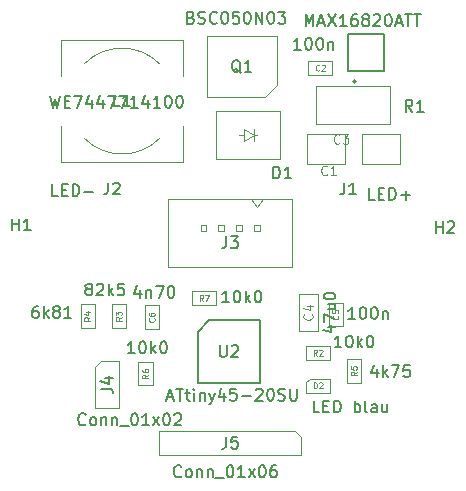
<source format=gbr>
%TF.GenerationSoftware,KiCad,Pcbnew,5.1.6+dfsg1-1*%
%TF.CreationDate,2021-02-01T07:44:42+01:00*%
%TF.ProjectId,buck_3a_v4,6275636b-5f33-4615-9f76-342e6b696361,rev?*%
%TF.SameCoordinates,Original*%
%TF.FileFunction,Other,Fab,Top*%
%FSLAX46Y46*%
G04 Gerber Fmt 4.6, Leading zero omitted, Abs format (unit mm)*
G04 Created by KiCad (PCBNEW 5.1.6+dfsg1-1) date 2021-02-01 07:44:42*
%MOMM*%
%LPD*%
G01*
G04 APERTURE LIST*
%ADD10C,0.100000*%
%ADD11C,0.200000*%
%ADD12C,0.127000*%
%ADD13C,0.150000*%
%ADD14C,0.120000*%
%ADD15C,0.080000*%
G04 APERTURE END LIST*
D10*
%TO.C,C4*%
X57446000Y-59000000D02*
X55846000Y-59000000D01*
X55846000Y-59000000D02*
X55846000Y-55800000D01*
X55846000Y-55800000D02*
X57446000Y-55800000D01*
X57446000Y-55800000D02*
X57446000Y-59000000D01*
D11*
%TO.C,U1*%
X60650000Y-37845000D02*
G75*
G03*
X60650000Y-37845000I-100000J0D01*
G01*
D12*
X59950000Y-36950000D02*
X59950000Y-33850000D01*
X63050000Y-36950000D02*
X63050000Y-33850000D01*
X59950000Y-36950000D02*
X63050000Y-36950000D01*
X59950000Y-33850000D02*
X63050000Y-33850000D01*
D10*
%TO.C,C3*%
X64350000Y-42300000D02*
X64350000Y-44800000D01*
X64350000Y-44800000D02*
X61150000Y-44800000D01*
X61150000Y-44800000D02*
X61150000Y-42300000D01*
X61150000Y-42300000D02*
X64350000Y-42300000D01*
%TO.C,C1*%
X56550000Y-44800000D02*
X56550000Y-42300000D01*
X56550000Y-42300000D02*
X59750000Y-42300000D01*
X59750000Y-42300000D02*
X59750000Y-44800000D01*
X59750000Y-44800000D02*
X56550000Y-44800000D01*
%TO.C,D1*%
X54225000Y-44425000D02*
X48775000Y-44425000D01*
X48775000Y-44425000D02*
X48775000Y-40375000D01*
X48775000Y-40375000D02*
X54225000Y-40375000D01*
X54225000Y-40375000D02*
X54225000Y-44425000D01*
X52300000Y-42400000D02*
X52000000Y-42400000D01*
X52000000Y-42400000D02*
X52000000Y-42900000D01*
X52000000Y-42400000D02*
X52000000Y-41900000D01*
X52000000Y-42400000D02*
X51200000Y-41900000D01*
X51200000Y-41900000D02*
X51200000Y-42900000D01*
X51200000Y-42900000D02*
X52000000Y-42400000D01*
X51200000Y-42400000D02*
X50800000Y-42400000D01*
%TO.C,L1*%
X35650000Y-44700000D02*
X46050000Y-44700000D01*
X35650000Y-34300000D02*
X46050000Y-34300000D01*
X35650000Y-44700000D02*
X35650000Y-41600000D01*
X46050000Y-44700000D02*
X46050000Y-41600000D01*
X35650000Y-34300000D02*
X35650000Y-37400000D01*
X46050000Y-34300000D02*
X46050000Y-37400000D01*
X44020000Y-36330000D02*
G75*
G03*
X37680000Y-36330000I-3170000J-3170000D01*
G01*
X37680000Y-42670000D02*
G75*
G03*
X44020000Y-42670000I3170000J3170000D01*
G01*
%TO.C,C6*%
X44000000Y-56800000D02*
X44000000Y-58800000D01*
X42800000Y-56800000D02*
X44000000Y-56800000D01*
X42800000Y-58800000D02*
X42800000Y-56800000D01*
X44000000Y-58800000D02*
X42800000Y-58800000D01*
%TO.C,J3*%
X55250000Y-47750000D02*
X44750000Y-47750000D01*
X55250000Y-53550000D02*
X44750000Y-53550000D01*
X55250000Y-47750000D02*
X55250000Y-53550000D01*
X44750000Y-47750000D02*
X44750000Y-53550000D01*
X52500000Y-50500000D02*
X52500000Y-50000000D01*
X52500000Y-50000000D02*
X52000000Y-50000000D01*
X52000000Y-50000000D02*
X52000000Y-50500000D01*
X52000000Y-50500000D02*
X52500000Y-50500000D01*
X51000000Y-50500000D02*
X51000000Y-50000000D01*
X51000000Y-50000000D02*
X50500000Y-50000000D01*
X50500000Y-50000000D02*
X50500000Y-50500000D01*
X50500000Y-50500000D02*
X51000000Y-50500000D01*
X49500000Y-50500000D02*
X49500000Y-50000000D01*
X49500000Y-50000000D02*
X49000000Y-50000000D01*
X49000000Y-50000000D02*
X49000000Y-50500000D01*
X49000000Y-50500000D02*
X49500000Y-50500000D01*
X48000000Y-50500000D02*
X48000000Y-50000000D01*
X48000000Y-50000000D02*
X47500000Y-50000000D01*
X47500000Y-50000000D02*
X47500000Y-50500000D01*
X47500000Y-50500000D02*
X48000000Y-50500000D01*
X52750000Y-47750000D02*
X52250000Y-48457107D01*
X52250000Y-48457107D02*
X51750000Y-47750000D01*
%TO.C,J5*%
X55996000Y-67966000D02*
X55996000Y-69466000D01*
X55996000Y-69466000D02*
X43996000Y-69466000D01*
X43996000Y-69466000D02*
X43996000Y-67466000D01*
X43996000Y-67466000D02*
X55496000Y-67466000D01*
X55496000Y-67466000D02*
X55996000Y-67966000D01*
%TO.C,J4*%
X39096000Y-61516000D02*
X40596000Y-61516000D01*
X40596000Y-61516000D02*
X40596000Y-65516000D01*
X40596000Y-65516000D02*
X38596000Y-65516000D01*
X38596000Y-65516000D02*
X38596000Y-62016000D01*
X38596000Y-62016000D02*
X39096000Y-61516000D01*
D13*
%TO.C,U2*%
X48246000Y-58066000D02*
X52546000Y-58066000D01*
X52546000Y-58066000D02*
X52546000Y-63366000D01*
X52546000Y-63366000D02*
X47246000Y-63366000D01*
X47246000Y-63366000D02*
X47246000Y-59066000D01*
X47246000Y-59066000D02*
X48246000Y-58066000D01*
D10*
%TO.C,R7*%
X46800000Y-56800000D02*
X46800000Y-55600000D01*
X46800000Y-55600000D02*
X48800000Y-55600000D01*
X48800000Y-55600000D02*
X48800000Y-56800000D01*
X48800000Y-56800000D02*
X46800000Y-56800000D01*
%TO.C,R6*%
X43446000Y-63578500D02*
X42246000Y-63578500D01*
X42246000Y-63578500D02*
X42246000Y-61578500D01*
X42246000Y-61578500D02*
X43446000Y-61578500D01*
X43446000Y-61578500D02*
X43446000Y-63578500D01*
%TO.C,R5*%
X61100000Y-63337500D02*
X59900000Y-63337500D01*
X59900000Y-63337500D02*
X59900000Y-61337500D01*
X59900000Y-61337500D02*
X61100000Y-61337500D01*
X61100000Y-61337500D02*
X61100000Y-63337500D01*
%TO.C,R4*%
X38546000Y-58716000D02*
X37346000Y-58716000D01*
X37346000Y-58716000D02*
X37346000Y-56716000D01*
X37346000Y-56716000D02*
X38546000Y-56716000D01*
X38546000Y-56716000D02*
X38546000Y-58716000D01*
%TO.C,R3*%
X39996000Y-56716000D02*
X41196000Y-56716000D01*
X41196000Y-56716000D02*
X41196000Y-58716000D01*
X41196000Y-58716000D02*
X39996000Y-58716000D01*
X39996000Y-58716000D02*
X39996000Y-56716000D01*
%TO.C,R2*%
X58446000Y-60216000D02*
X58446000Y-61416000D01*
X58446000Y-61416000D02*
X56446000Y-61416000D01*
X56446000Y-61416000D02*
X56446000Y-60216000D01*
X56446000Y-60216000D02*
X58446000Y-60216000D01*
%TO.C,R1*%
X63550000Y-38250000D02*
X63550000Y-41450000D01*
X63550000Y-41450000D02*
X57250000Y-41450000D01*
X57250000Y-41450000D02*
X57250000Y-38250000D01*
X57250000Y-38250000D02*
X63550000Y-38250000D01*
%TO.C,Q1*%
X52950000Y-39151000D02*
X48050000Y-39151000D01*
X53950000Y-34001000D02*
X53950000Y-38151000D01*
X48050000Y-34001000D02*
X53950000Y-34001000D01*
X48050000Y-39151000D02*
X48050000Y-34001000D01*
X52950000Y-39151000D02*
X53950000Y-38151000D01*
%TO.C,D2*%
X58437500Y-63000000D02*
X56737500Y-63000000D01*
X56737500Y-63000000D02*
X56437500Y-63300000D01*
X56437500Y-63300000D02*
X56437500Y-64200000D01*
X56437500Y-64200000D02*
X58437500Y-64200000D01*
X58437500Y-64200000D02*
X58437500Y-63000000D01*
%TO.C,C5*%
X59546000Y-58578500D02*
X58346000Y-58578500D01*
X58346000Y-58578500D02*
X58346000Y-56578500D01*
X58346000Y-56578500D02*
X59546000Y-56578500D01*
X59546000Y-56578500D02*
X59546000Y-58578500D01*
%TO.C,C2*%
X58637500Y-36100000D02*
X58637500Y-37300000D01*
X58637500Y-37300000D02*
X56637500Y-37300000D01*
X56637500Y-37300000D02*
X56637500Y-36100000D01*
X56637500Y-36100000D02*
X58637500Y-36100000D01*
%TD*%
%TO.C,C4*%
D13*
X58251714Y-58614285D02*
X58918380Y-58614285D01*
X57870761Y-58852380D02*
X58585047Y-59090476D01*
X58585047Y-58471428D01*
X57918380Y-58185714D02*
X57918380Y-57519047D01*
X58918380Y-57947619D01*
X58251714Y-56709523D02*
X58918380Y-56709523D01*
X58251714Y-57138095D02*
X58775523Y-57138095D01*
X58870761Y-57090476D01*
X58918380Y-56995238D01*
X58918380Y-56852380D01*
X58870761Y-56757142D01*
X58823142Y-56709523D01*
X57918380Y-56042857D02*
X57918380Y-55947619D01*
X57966000Y-55852380D01*
X58013619Y-55804761D01*
X58108857Y-55757142D01*
X58299333Y-55709523D01*
X58537428Y-55709523D01*
X58727904Y-55757142D01*
X58823142Y-55804761D01*
X58870761Y-55852380D01*
X58918380Y-55947619D01*
X58918380Y-56042857D01*
X58870761Y-56138095D01*
X58823142Y-56185714D01*
X58727904Y-56233333D01*
X58537428Y-56280952D01*
X58299333Y-56280952D01*
X58108857Y-56233333D01*
X58013619Y-56185714D01*
X57966000Y-56138095D01*
X57918380Y-56042857D01*
D14*
X56931714Y-57533333D02*
X56969809Y-57571428D01*
X57007904Y-57685714D01*
X57007904Y-57761904D01*
X56969809Y-57876190D01*
X56893619Y-57952380D01*
X56817428Y-57990476D01*
X56665047Y-58028571D01*
X56550761Y-58028571D01*
X56398380Y-57990476D01*
X56322190Y-57952380D01*
X56246000Y-57876190D01*
X56207904Y-57761904D01*
X56207904Y-57685714D01*
X56246000Y-57571428D01*
X56284095Y-57533333D01*
X56474571Y-56847619D02*
X57007904Y-56847619D01*
X56169809Y-57038095D02*
X56741238Y-57228571D01*
X56741238Y-56733333D01*
%TO.C,U1*%
D13*
X56390476Y-33152380D02*
X56390476Y-32152380D01*
X56723809Y-32866666D01*
X57057142Y-32152380D01*
X57057142Y-33152380D01*
X57485714Y-32866666D02*
X57961904Y-32866666D01*
X57390476Y-33152380D02*
X57723809Y-32152380D01*
X58057142Y-33152380D01*
X58295238Y-32152380D02*
X58961904Y-33152380D01*
X58961904Y-32152380D02*
X58295238Y-33152380D01*
X59866666Y-33152380D02*
X59295238Y-33152380D01*
X59580952Y-33152380D02*
X59580952Y-32152380D01*
X59485714Y-32295238D01*
X59390476Y-32390476D01*
X59295238Y-32438095D01*
X60723809Y-32152380D02*
X60533333Y-32152380D01*
X60438095Y-32200000D01*
X60390476Y-32247619D01*
X60295238Y-32390476D01*
X60247619Y-32580952D01*
X60247619Y-32961904D01*
X60295238Y-33057142D01*
X60342857Y-33104761D01*
X60438095Y-33152380D01*
X60628571Y-33152380D01*
X60723809Y-33104761D01*
X60771428Y-33057142D01*
X60819047Y-32961904D01*
X60819047Y-32723809D01*
X60771428Y-32628571D01*
X60723809Y-32580952D01*
X60628571Y-32533333D01*
X60438095Y-32533333D01*
X60342857Y-32580952D01*
X60295238Y-32628571D01*
X60247619Y-32723809D01*
X61390476Y-32580952D02*
X61295238Y-32533333D01*
X61247619Y-32485714D01*
X61199999Y-32390476D01*
X61199999Y-32342857D01*
X61247619Y-32247619D01*
X61295238Y-32200000D01*
X61390476Y-32152380D01*
X61580952Y-32152380D01*
X61676190Y-32200000D01*
X61723809Y-32247619D01*
X61771428Y-32342857D01*
X61771428Y-32390476D01*
X61723809Y-32485714D01*
X61676190Y-32533333D01*
X61580952Y-32580952D01*
X61390476Y-32580952D01*
X61295238Y-32628571D01*
X61247619Y-32676190D01*
X61199999Y-32771428D01*
X61199999Y-32961904D01*
X61247619Y-33057142D01*
X61295238Y-33104761D01*
X61390476Y-33152380D01*
X61580952Y-33152380D01*
X61676190Y-33104761D01*
X61723809Y-33057142D01*
X61771428Y-32961904D01*
X61771428Y-32771428D01*
X61723809Y-32676190D01*
X61676190Y-32628571D01*
X61580952Y-32580952D01*
X62152380Y-32247619D02*
X62199999Y-32200000D01*
X62295238Y-32152380D01*
X62533333Y-32152380D01*
X62628571Y-32200000D01*
X62676190Y-32247619D01*
X62723809Y-32342857D01*
X62723809Y-32438095D01*
X62676190Y-32580952D01*
X62104761Y-33152380D01*
X62723809Y-33152380D01*
X63342857Y-32152380D02*
X63438095Y-32152380D01*
X63533333Y-32200000D01*
X63580952Y-32247619D01*
X63628571Y-32342857D01*
X63676190Y-32533333D01*
X63676190Y-32771428D01*
X63628571Y-32961904D01*
X63580952Y-33057142D01*
X63533333Y-33104761D01*
X63438095Y-33152380D01*
X63342857Y-33152380D01*
X63247619Y-33104761D01*
X63199999Y-33057142D01*
X63152380Y-32961904D01*
X63104761Y-32771428D01*
X63104761Y-32533333D01*
X63152380Y-32342857D01*
X63199999Y-32247619D01*
X63247619Y-32200000D01*
X63342857Y-32152380D01*
X64057142Y-32866666D02*
X64533333Y-32866666D01*
X63961904Y-33152380D02*
X64295238Y-32152380D01*
X64628571Y-33152380D01*
X64819047Y-32152380D02*
X65390476Y-32152380D01*
X65104761Y-33152380D02*
X65104761Y-32152380D01*
X65580952Y-32152380D02*
X66152380Y-32152380D01*
X65866666Y-33152380D02*
X65866666Y-32152380D01*
%TO.C,C3*%
D14*
X59266666Y-43035714D02*
X59228571Y-43073809D01*
X59114285Y-43111904D01*
X59038095Y-43111904D01*
X58923809Y-43073809D01*
X58847619Y-42997619D01*
X58809523Y-42921428D01*
X58771428Y-42769047D01*
X58771428Y-42654761D01*
X58809523Y-42502380D01*
X58847619Y-42426190D01*
X58923809Y-42350000D01*
X59038095Y-42311904D01*
X59114285Y-42311904D01*
X59228571Y-42350000D01*
X59266666Y-42388095D01*
X59533333Y-42311904D02*
X60028571Y-42311904D01*
X59761904Y-42616666D01*
X59876190Y-42616666D01*
X59952380Y-42654761D01*
X59990476Y-42692857D01*
X60028571Y-42769047D01*
X60028571Y-42959523D01*
X59990476Y-43035714D01*
X59952380Y-43073809D01*
X59876190Y-43111904D01*
X59647619Y-43111904D01*
X59571428Y-43073809D01*
X59533333Y-43035714D01*
%TO.C,C1*%
X58216666Y-45685714D02*
X58178571Y-45723809D01*
X58064285Y-45761904D01*
X57988095Y-45761904D01*
X57873809Y-45723809D01*
X57797619Y-45647619D01*
X57759523Y-45571428D01*
X57721428Y-45419047D01*
X57721428Y-45304761D01*
X57759523Y-45152380D01*
X57797619Y-45076190D01*
X57873809Y-45000000D01*
X57988095Y-44961904D01*
X58064285Y-44961904D01*
X58178571Y-45000000D01*
X58216666Y-45038095D01*
X58978571Y-45761904D02*
X58521428Y-45761904D01*
X58750000Y-45761904D02*
X58750000Y-44961904D01*
X58673809Y-45076190D01*
X58597619Y-45152380D01*
X58521428Y-45190476D01*
%TO.C,D1*%
D13*
X53661904Y-46052380D02*
X53661904Y-45052380D01*
X53900000Y-45052380D01*
X54042857Y-45100000D01*
X54138095Y-45195238D01*
X54185714Y-45290476D01*
X54233333Y-45480952D01*
X54233333Y-45623809D01*
X54185714Y-45814285D01*
X54138095Y-45909523D01*
X54042857Y-46004761D01*
X53900000Y-46052380D01*
X53661904Y-46052380D01*
X55185714Y-46052380D02*
X54614285Y-46052380D01*
X54900000Y-46052380D02*
X54900000Y-45052380D01*
X54804761Y-45195238D01*
X54709523Y-45290476D01*
X54614285Y-45338095D01*
%TO.C,L1*%
X34757142Y-39052380D02*
X34995238Y-40052380D01*
X35185714Y-39338095D01*
X35376190Y-40052380D01*
X35614285Y-39052380D01*
X35995238Y-39528571D02*
X36328571Y-39528571D01*
X36471428Y-40052380D02*
X35995238Y-40052380D01*
X35995238Y-39052380D01*
X36471428Y-39052380D01*
X36804761Y-39052380D02*
X37471428Y-39052380D01*
X37042857Y-40052380D01*
X38280952Y-39385714D02*
X38280952Y-40052380D01*
X38042857Y-39004761D02*
X37804761Y-39719047D01*
X38423809Y-39719047D01*
X39233333Y-39385714D02*
X39233333Y-40052380D01*
X38995238Y-39004761D02*
X38757142Y-39719047D01*
X39376190Y-39719047D01*
X39661904Y-39052380D02*
X40328571Y-39052380D01*
X39900000Y-40052380D01*
X40614285Y-39052380D02*
X41280952Y-39052380D01*
X40852380Y-40052380D01*
X42185714Y-40052380D02*
X41614285Y-40052380D01*
X41900000Y-40052380D02*
X41900000Y-39052380D01*
X41804761Y-39195238D01*
X41709523Y-39290476D01*
X41614285Y-39338095D01*
X43042857Y-39385714D02*
X43042857Y-40052380D01*
X42804761Y-39004761D02*
X42566666Y-39719047D01*
X43185714Y-39719047D01*
X44090476Y-40052380D02*
X43519047Y-40052380D01*
X43804761Y-40052380D02*
X43804761Y-39052380D01*
X43709523Y-39195238D01*
X43614285Y-39290476D01*
X43519047Y-39338095D01*
X44709523Y-39052380D02*
X44804761Y-39052380D01*
X44900000Y-39100000D01*
X44947619Y-39147619D01*
X44995238Y-39242857D01*
X45042857Y-39433333D01*
X45042857Y-39671428D01*
X44995238Y-39861904D01*
X44947619Y-39957142D01*
X44900000Y-40004761D01*
X44804761Y-40052380D01*
X44709523Y-40052380D01*
X44614285Y-40004761D01*
X44566666Y-39957142D01*
X44519047Y-39861904D01*
X44471428Y-39671428D01*
X44471428Y-39433333D01*
X44519047Y-39242857D01*
X44566666Y-39147619D01*
X44614285Y-39100000D01*
X44709523Y-39052380D01*
X45661904Y-39052380D02*
X45757142Y-39052380D01*
X45852380Y-39100000D01*
X45900000Y-39147619D01*
X45947619Y-39242857D01*
X45995238Y-39433333D01*
X45995238Y-39671428D01*
X45947619Y-39861904D01*
X45900000Y-39957142D01*
X45852380Y-40004761D01*
X45757142Y-40052380D01*
X45661904Y-40052380D01*
X45566666Y-40004761D01*
X45519047Y-39957142D01*
X45471428Y-39861904D01*
X45423809Y-39671428D01*
X45423809Y-39433333D01*
X45471428Y-39242857D01*
X45519047Y-39147619D01*
X45566666Y-39100000D01*
X45661904Y-39052380D01*
X40683333Y-39952380D02*
X40207142Y-39952380D01*
X40207142Y-38952380D01*
X41540476Y-39952380D02*
X40969047Y-39952380D01*
X41254761Y-39952380D02*
X41254761Y-38952380D01*
X41159523Y-39095238D01*
X41064285Y-39190476D01*
X40969047Y-39238095D01*
%TO.C,C6*%
X42385714Y-55485714D02*
X42385714Y-56152380D01*
X42147619Y-55104761D02*
X41909523Y-55819047D01*
X42528571Y-55819047D01*
X42909523Y-55485714D02*
X42909523Y-56152380D01*
X42909523Y-55580952D02*
X42957142Y-55533333D01*
X43052380Y-55485714D01*
X43195238Y-55485714D01*
X43290476Y-55533333D01*
X43338095Y-55628571D01*
X43338095Y-56152380D01*
X43719047Y-55152380D02*
X44385714Y-55152380D01*
X43957142Y-56152380D01*
X44957142Y-55152380D02*
X45052380Y-55152380D01*
X45147619Y-55200000D01*
X45195238Y-55247619D01*
X45242857Y-55342857D01*
X45290476Y-55533333D01*
X45290476Y-55771428D01*
X45242857Y-55961904D01*
X45195238Y-56057142D01*
X45147619Y-56104761D01*
X45052380Y-56152380D01*
X44957142Y-56152380D01*
X44861904Y-56104761D01*
X44814285Y-56057142D01*
X44766666Y-55961904D01*
X44719047Y-55771428D01*
X44719047Y-55533333D01*
X44766666Y-55342857D01*
X44814285Y-55247619D01*
X44861904Y-55200000D01*
X44957142Y-55152380D01*
D15*
X43578571Y-57883333D02*
X43602380Y-57907142D01*
X43626190Y-57978571D01*
X43626190Y-58026190D01*
X43602380Y-58097619D01*
X43554761Y-58145238D01*
X43507142Y-58169047D01*
X43411904Y-58192857D01*
X43340476Y-58192857D01*
X43245238Y-58169047D01*
X43197619Y-58145238D01*
X43150000Y-58097619D01*
X43126190Y-58026190D01*
X43126190Y-57978571D01*
X43150000Y-57907142D01*
X43173809Y-57883333D01*
X43126190Y-57454761D02*
X43126190Y-57550000D01*
X43150000Y-57597619D01*
X43173809Y-57621428D01*
X43245238Y-57669047D01*
X43340476Y-57692857D01*
X43530952Y-57692857D01*
X43578571Y-57669047D01*
X43602380Y-57645238D01*
X43626190Y-57597619D01*
X43626190Y-57502380D01*
X43602380Y-57454761D01*
X43578571Y-57430952D01*
X43530952Y-57407142D01*
X43411904Y-57407142D01*
X43364285Y-57430952D01*
X43340476Y-57454761D01*
X43316666Y-57502380D01*
X43316666Y-57597619D01*
X43340476Y-57645238D01*
X43364285Y-57669047D01*
X43411904Y-57692857D01*
%TO.C,J1*%
D13*
X62238095Y-47852380D02*
X61761904Y-47852380D01*
X61761904Y-46852380D01*
X62571428Y-47328571D02*
X62904761Y-47328571D01*
X63047619Y-47852380D02*
X62571428Y-47852380D01*
X62571428Y-46852380D01*
X63047619Y-46852380D01*
X63476190Y-47852380D02*
X63476190Y-46852380D01*
X63714285Y-46852380D01*
X63857142Y-46900000D01*
X63952380Y-46995238D01*
X64000000Y-47090476D01*
X64047619Y-47280952D01*
X64047619Y-47423809D01*
X64000000Y-47614285D01*
X63952380Y-47709523D01*
X63857142Y-47804761D01*
X63714285Y-47852380D01*
X63476190Y-47852380D01*
X64476190Y-47471428D02*
X65238095Y-47471428D01*
X64857142Y-47852380D02*
X64857142Y-47090476D01*
X59666666Y-46402380D02*
X59666666Y-47116666D01*
X59619047Y-47259523D01*
X59523809Y-47354761D01*
X59380952Y-47402380D01*
X59285714Y-47402380D01*
X60666666Y-47402380D02*
X60095238Y-47402380D01*
X60380952Y-47402380D02*
X60380952Y-46402380D01*
X60285714Y-46545238D01*
X60190476Y-46640476D01*
X60095238Y-46688095D01*
%TO.C,J2*%
X35438095Y-47552380D02*
X34961904Y-47552380D01*
X34961904Y-46552380D01*
X35771428Y-47028571D02*
X36104761Y-47028571D01*
X36247619Y-47552380D02*
X35771428Y-47552380D01*
X35771428Y-46552380D01*
X36247619Y-46552380D01*
X36676190Y-47552380D02*
X36676190Y-46552380D01*
X36914285Y-46552380D01*
X37057142Y-46600000D01*
X37152380Y-46695238D01*
X37200000Y-46790476D01*
X37247619Y-46980952D01*
X37247619Y-47123809D01*
X37200000Y-47314285D01*
X37152380Y-47409523D01*
X37057142Y-47504761D01*
X36914285Y-47552380D01*
X36676190Y-47552380D01*
X37676190Y-47171428D02*
X38438095Y-47171428D01*
X39666666Y-46402380D02*
X39666666Y-47116666D01*
X39619047Y-47259523D01*
X39523809Y-47354761D01*
X39380952Y-47402380D01*
X39285714Y-47402380D01*
X40095238Y-46497619D02*
X40142857Y-46450000D01*
X40238095Y-46402380D01*
X40476190Y-46402380D01*
X40571428Y-46450000D01*
X40619047Y-46497619D01*
X40666666Y-46592857D01*
X40666666Y-46688095D01*
X40619047Y-46830952D01*
X40047619Y-47402380D01*
X40666666Y-47402380D01*
%TO.C,H2*%
X67420095Y-50668380D02*
X67420095Y-49668380D01*
X67420095Y-50144571D02*
X67991523Y-50144571D01*
X67991523Y-50668380D02*
X67991523Y-49668380D01*
X68420095Y-49763619D02*
X68467714Y-49716000D01*
X68562952Y-49668380D01*
X68801047Y-49668380D01*
X68896285Y-49716000D01*
X68943904Y-49763619D01*
X68991523Y-49858857D01*
X68991523Y-49954095D01*
X68943904Y-50096952D01*
X68372476Y-50668380D01*
X68991523Y-50668380D01*
%TO.C,H1*%
X31538095Y-50452380D02*
X31538095Y-49452380D01*
X31538095Y-49928571D02*
X32109523Y-49928571D01*
X32109523Y-50452380D02*
X32109523Y-49452380D01*
X33109523Y-50452380D02*
X32538095Y-50452380D01*
X32823809Y-50452380D02*
X32823809Y-49452380D01*
X32728571Y-49595238D01*
X32633333Y-49690476D01*
X32538095Y-49738095D01*
%TO.C,J3*%
X49666666Y-50952380D02*
X49666666Y-51666666D01*
X49619047Y-51809523D01*
X49523809Y-51904761D01*
X49380952Y-51952380D01*
X49285714Y-51952380D01*
X50047619Y-50952380D02*
X50666666Y-50952380D01*
X50333333Y-51333333D01*
X50476190Y-51333333D01*
X50571428Y-51380952D01*
X50619047Y-51428571D01*
X50666666Y-51523809D01*
X50666666Y-51761904D01*
X50619047Y-51857142D01*
X50571428Y-51904761D01*
X50476190Y-51952380D01*
X50190476Y-51952380D01*
X50095238Y-51904761D01*
X50047619Y-51857142D01*
%TO.C,J5*%
X45861904Y-71257142D02*
X45814285Y-71304761D01*
X45671428Y-71352380D01*
X45576190Y-71352380D01*
X45433333Y-71304761D01*
X45338095Y-71209523D01*
X45290476Y-71114285D01*
X45242857Y-70923809D01*
X45242857Y-70780952D01*
X45290476Y-70590476D01*
X45338095Y-70495238D01*
X45433333Y-70400000D01*
X45576190Y-70352380D01*
X45671428Y-70352380D01*
X45814285Y-70400000D01*
X45861904Y-70447619D01*
X46433333Y-71352380D02*
X46338095Y-71304761D01*
X46290476Y-71257142D01*
X46242857Y-71161904D01*
X46242857Y-70876190D01*
X46290476Y-70780952D01*
X46338095Y-70733333D01*
X46433333Y-70685714D01*
X46576190Y-70685714D01*
X46671428Y-70733333D01*
X46719047Y-70780952D01*
X46766666Y-70876190D01*
X46766666Y-71161904D01*
X46719047Y-71257142D01*
X46671428Y-71304761D01*
X46576190Y-71352380D01*
X46433333Y-71352380D01*
X47195238Y-70685714D02*
X47195238Y-71352380D01*
X47195238Y-70780952D02*
X47242857Y-70733333D01*
X47338095Y-70685714D01*
X47480952Y-70685714D01*
X47576190Y-70733333D01*
X47623809Y-70828571D01*
X47623809Y-71352380D01*
X48100000Y-70685714D02*
X48100000Y-71352380D01*
X48100000Y-70780952D02*
X48147619Y-70733333D01*
X48242857Y-70685714D01*
X48385714Y-70685714D01*
X48480952Y-70733333D01*
X48528571Y-70828571D01*
X48528571Y-71352380D01*
X48766666Y-71447619D02*
X49528571Y-71447619D01*
X49957142Y-70352380D02*
X50052380Y-70352380D01*
X50147619Y-70400000D01*
X50195238Y-70447619D01*
X50242857Y-70542857D01*
X50290476Y-70733333D01*
X50290476Y-70971428D01*
X50242857Y-71161904D01*
X50195238Y-71257142D01*
X50147619Y-71304761D01*
X50052380Y-71352380D01*
X49957142Y-71352380D01*
X49861904Y-71304761D01*
X49814285Y-71257142D01*
X49766666Y-71161904D01*
X49719047Y-70971428D01*
X49719047Y-70733333D01*
X49766666Y-70542857D01*
X49814285Y-70447619D01*
X49861904Y-70400000D01*
X49957142Y-70352380D01*
X51242857Y-71352380D02*
X50671428Y-71352380D01*
X50957142Y-71352380D02*
X50957142Y-70352380D01*
X50861904Y-70495238D01*
X50766666Y-70590476D01*
X50671428Y-70638095D01*
X51576190Y-71352380D02*
X52100000Y-70685714D01*
X51576190Y-70685714D02*
X52100000Y-71352380D01*
X52671428Y-70352380D02*
X52766666Y-70352380D01*
X52861904Y-70400000D01*
X52909523Y-70447619D01*
X52957142Y-70542857D01*
X53004761Y-70733333D01*
X53004761Y-70971428D01*
X52957142Y-71161904D01*
X52909523Y-71257142D01*
X52861904Y-71304761D01*
X52766666Y-71352380D01*
X52671428Y-71352380D01*
X52576190Y-71304761D01*
X52528571Y-71257142D01*
X52480952Y-71161904D01*
X52433333Y-70971428D01*
X52433333Y-70733333D01*
X52480952Y-70542857D01*
X52528571Y-70447619D01*
X52576190Y-70400000D01*
X52671428Y-70352380D01*
X53861904Y-70352380D02*
X53671428Y-70352380D01*
X53576190Y-70400000D01*
X53528571Y-70447619D01*
X53433333Y-70590476D01*
X53385714Y-70780952D01*
X53385714Y-71161904D01*
X53433333Y-71257142D01*
X53480952Y-71304761D01*
X53576190Y-71352380D01*
X53766666Y-71352380D01*
X53861904Y-71304761D01*
X53909523Y-71257142D01*
X53957142Y-71161904D01*
X53957142Y-70923809D01*
X53909523Y-70828571D01*
X53861904Y-70780952D01*
X53766666Y-70733333D01*
X53576190Y-70733333D01*
X53480952Y-70780952D01*
X53433333Y-70828571D01*
X53385714Y-70923809D01*
X49662666Y-67918380D02*
X49662666Y-68632666D01*
X49615047Y-68775523D01*
X49519809Y-68870761D01*
X49376952Y-68918380D01*
X49281714Y-68918380D01*
X50615047Y-67918380D02*
X50138857Y-67918380D01*
X50091238Y-68394571D01*
X50138857Y-68346952D01*
X50234095Y-68299333D01*
X50472190Y-68299333D01*
X50567428Y-68346952D01*
X50615047Y-68394571D01*
X50662666Y-68489809D01*
X50662666Y-68727904D01*
X50615047Y-68823142D01*
X50567428Y-68870761D01*
X50472190Y-68918380D01*
X50234095Y-68918380D01*
X50138857Y-68870761D01*
X50091238Y-68823142D01*
%TO.C,J4*%
X37761904Y-66857142D02*
X37714285Y-66904761D01*
X37571428Y-66952380D01*
X37476190Y-66952380D01*
X37333333Y-66904761D01*
X37238095Y-66809523D01*
X37190476Y-66714285D01*
X37142857Y-66523809D01*
X37142857Y-66380952D01*
X37190476Y-66190476D01*
X37238095Y-66095238D01*
X37333333Y-66000000D01*
X37476190Y-65952380D01*
X37571428Y-65952380D01*
X37714285Y-66000000D01*
X37761904Y-66047619D01*
X38333333Y-66952380D02*
X38238095Y-66904761D01*
X38190476Y-66857142D01*
X38142857Y-66761904D01*
X38142857Y-66476190D01*
X38190476Y-66380952D01*
X38238095Y-66333333D01*
X38333333Y-66285714D01*
X38476190Y-66285714D01*
X38571428Y-66333333D01*
X38619047Y-66380952D01*
X38666666Y-66476190D01*
X38666666Y-66761904D01*
X38619047Y-66857142D01*
X38571428Y-66904761D01*
X38476190Y-66952380D01*
X38333333Y-66952380D01*
X39095238Y-66285714D02*
X39095238Y-66952380D01*
X39095238Y-66380952D02*
X39142857Y-66333333D01*
X39238095Y-66285714D01*
X39380952Y-66285714D01*
X39476190Y-66333333D01*
X39523809Y-66428571D01*
X39523809Y-66952380D01*
X40000000Y-66285714D02*
X40000000Y-66952380D01*
X40000000Y-66380952D02*
X40047619Y-66333333D01*
X40142857Y-66285714D01*
X40285714Y-66285714D01*
X40380952Y-66333333D01*
X40428571Y-66428571D01*
X40428571Y-66952380D01*
X40666666Y-67047619D02*
X41428571Y-67047619D01*
X41857142Y-65952380D02*
X41952380Y-65952380D01*
X42047619Y-66000000D01*
X42095238Y-66047619D01*
X42142857Y-66142857D01*
X42190476Y-66333333D01*
X42190476Y-66571428D01*
X42142857Y-66761904D01*
X42095238Y-66857142D01*
X42047619Y-66904761D01*
X41952380Y-66952380D01*
X41857142Y-66952380D01*
X41761904Y-66904761D01*
X41714285Y-66857142D01*
X41666666Y-66761904D01*
X41619047Y-66571428D01*
X41619047Y-66333333D01*
X41666666Y-66142857D01*
X41714285Y-66047619D01*
X41761904Y-66000000D01*
X41857142Y-65952380D01*
X43142857Y-66952380D02*
X42571428Y-66952380D01*
X42857142Y-66952380D02*
X42857142Y-65952380D01*
X42761904Y-66095238D01*
X42666666Y-66190476D01*
X42571428Y-66238095D01*
X43476190Y-66952380D02*
X44000000Y-66285714D01*
X43476190Y-66285714D02*
X44000000Y-66952380D01*
X44571428Y-65952380D02*
X44666666Y-65952380D01*
X44761904Y-66000000D01*
X44809523Y-66047619D01*
X44857142Y-66142857D01*
X44904761Y-66333333D01*
X44904761Y-66571428D01*
X44857142Y-66761904D01*
X44809523Y-66857142D01*
X44761904Y-66904761D01*
X44666666Y-66952380D01*
X44571428Y-66952380D01*
X44476190Y-66904761D01*
X44428571Y-66857142D01*
X44380952Y-66761904D01*
X44333333Y-66571428D01*
X44333333Y-66333333D01*
X44380952Y-66142857D01*
X44428571Y-66047619D01*
X44476190Y-66000000D01*
X44571428Y-65952380D01*
X45285714Y-66047619D02*
X45333333Y-66000000D01*
X45428571Y-65952380D01*
X45666666Y-65952380D01*
X45761904Y-66000000D01*
X45809523Y-66047619D01*
X45857142Y-66142857D01*
X45857142Y-66238095D01*
X45809523Y-66380952D01*
X45238095Y-66952380D01*
X45857142Y-66952380D01*
X39048380Y-63849333D02*
X39762666Y-63849333D01*
X39905523Y-63896952D01*
X40000761Y-63992190D01*
X40048380Y-64135047D01*
X40048380Y-64230285D01*
X39381714Y-62944571D02*
X40048380Y-62944571D01*
X39000761Y-63182666D02*
X39715047Y-63420761D01*
X39715047Y-62801714D01*
%TO.C,U2*%
X44700000Y-64566666D02*
X45176190Y-64566666D01*
X44604761Y-64852380D02*
X44938095Y-63852380D01*
X45271428Y-64852380D01*
X45461904Y-63852380D02*
X46033333Y-63852380D01*
X45747619Y-64852380D02*
X45747619Y-63852380D01*
X46223809Y-64185714D02*
X46604761Y-64185714D01*
X46366666Y-63852380D02*
X46366666Y-64709523D01*
X46414285Y-64804761D01*
X46509523Y-64852380D01*
X46604761Y-64852380D01*
X46938095Y-64852380D02*
X46938095Y-64185714D01*
X46938095Y-63852380D02*
X46890476Y-63900000D01*
X46938095Y-63947619D01*
X46985714Y-63900000D01*
X46938095Y-63852380D01*
X46938095Y-63947619D01*
X47414285Y-64185714D02*
X47414285Y-64852380D01*
X47414285Y-64280952D02*
X47461904Y-64233333D01*
X47557142Y-64185714D01*
X47700000Y-64185714D01*
X47795238Y-64233333D01*
X47842857Y-64328571D01*
X47842857Y-64852380D01*
X48223809Y-64185714D02*
X48461904Y-64852380D01*
X48699999Y-64185714D02*
X48461904Y-64852380D01*
X48366666Y-65090476D01*
X48319047Y-65138095D01*
X48223809Y-65185714D01*
X49509523Y-64185714D02*
X49509523Y-64852380D01*
X49271428Y-63804761D02*
X49033333Y-64519047D01*
X49652380Y-64519047D01*
X50509523Y-63852380D02*
X50033333Y-63852380D01*
X49985714Y-64328571D01*
X50033333Y-64280952D01*
X50128571Y-64233333D01*
X50366666Y-64233333D01*
X50461904Y-64280952D01*
X50509523Y-64328571D01*
X50557142Y-64423809D01*
X50557142Y-64661904D01*
X50509523Y-64757142D01*
X50461904Y-64804761D01*
X50366666Y-64852380D01*
X50128571Y-64852380D01*
X50033333Y-64804761D01*
X49985714Y-64757142D01*
X50985714Y-64471428D02*
X51747619Y-64471428D01*
X52176190Y-63947619D02*
X52223809Y-63900000D01*
X52319047Y-63852380D01*
X52557142Y-63852380D01*
X52652380Y-63900000D01*
X52700000Y-63947619D01*
X52747619Y-64042857D01*
X52747619Y-64138095D01*
X52700000Y-64280952D01*
X52128571Y-64852380D01*
X52747619Y-64852380D01*
X53366666Y-63852380D02*
X53461904Y-63852380D01*
X53557142Y-63900000D01*
X53604761Y-63947619D01*
X53652380Y-64042857D01*
X53699999Y-64233333D01*
X53699999Y-64471428D01*
X53652380Y-64661904D01*
X53604761Y-64757142D01*
X53557142Y-64804761D01*
X53461904Y-64852380D01*
X53366666Y-64852380D01*
X53271428Y-64804761D01*
X53223809Y-64757142D01*
X53176190Y-64661904D01*
X53128571Y-64471428D01*
X53128571Y-64233333D01*
X53176190Y-64042857D01*
X53223809Y-63947619D01*
X53271428Y-63900000D01*
X53366666Y-63852380D01*
X54080952Y-64804761D02*
X54223809Y-64852380D01*
X54461904Y-64852380D01*
X54557142Y-64804761D01*
X54604761Y-64757142D01*
X54652380Y-64661904D01*
X54652380Y-64566666D01*
X54604761Y-64471428D01*
X54557142Y-64423809D01*
X54461904Y-64376190D01*
X54271428Y-64328571D01*
X54176190Y-64280952D01*
X54128571Y-64233333D01*
X54080952Y-64138095D01*
X54080952Y-64042857D01*
X54128571Y-63947619D01*
X54176190Y-63900000D01*
X54271428Y-63852380D01*
X54509523Y-63852380D01*
X54652380Y-63900000D01*
X55080952Y-63852380D02*
X55080952Y-64661904D01*
X55128571Y-64757142D01*
X55176190Y-64804761D01*
X55271428Y-64852380D01*
X55461904Y-64852380D01*
X55557142Y-64804761D01*
X55604761Y-64757142D01*
X55652380Y-64661904D01*
X55652380Y-63852380D01*
X49134095Y-60168380D02*
X49134095Y-60977904D01*
X49181714Y-61073142D01*
X49229333Y-61120761D01*
X49324571Y-61168380D01*
X49515047Y-61168380D01*
X49610285Y-61120761D01*
X49657904Y-61073142D01*
X49705523Y-60977904D01*
X49705523Y-60168380D01*
X50134095Y-60263619D02*
X50181714Y-60216000D01*
X50276952Y-60168380D01*
X50515047Y-60168380D01*
X50610285Y-60216000D01*
X50657904Y-60263619D01*
X50705523Y-60358857D01*
X50705523Y-60454095D01*
X50657904Y-60596952D01*
X50086476Y-61168380D01*
X50705523Y-61168380D01*
%TO.C,R7*%
X49928571Y-56552380D02*
X49357142Y-56552380D01*
X49642857Y-56552380D02*
X49642857Y-55552380D01*
X49547619Y-55695238D01*
X49452380Y-55790476D01*
X49357142Y-55838095D01*
X50547619Y-55552380D02*
X50642857Y-55552380D01*
X50738095Y-55600000D01*
X50785714Y-55647619D01*
X50833333Y-55742857D01*
X50880952Y-55933333D01*
X50880952Y-56171428D01*
X50833333Y-56361904D01*
X50785714Y-56457142D01*
X50738095Y-56504761D01*
X50642857Y-56552380D01*
X50547619Y-56552380D01*
X50452380Y-56504761D01*
X50404761Y-56457142D01*
X50357142Y-56361904D01*
X50309523Y-56171428D01*
X50309523Y-55933333D01*
X50357142Y-55742857D01*
X50404761Y-55647619D01*
X50452380Y-55600000D01*
X50547619Y-55552380D01*
X51309523Y-56552380D02*
X51309523Y-55552380D01*
X51404761Y-56171428D02*
X51690476Y-56552380D01*
X51690476Y-55885714D02*
X51309523Y-56266666D01*
X52309523Y-55552380D02*
X52404761Y-55552380D01*
X52500000Y-55600000D01*
X52547619Y-55647619D01*
X52595238Y-55742857D01*
X52642857Y-55933333D01*
X52642857Y-56171428D01*
X52595238Y-56361904D01*
X52547619Y-56457142D01*
X52500000Y-56504761D01*
X52404761Y-56552380D01*
X52309523Y-56552380D01*
X52214285Y-56504761D01*
X52166666Y-56457142D01*
X52119047Y-56361904D01*
X52071428Y-56171428D01*
X52071428Y-55933333D01*
X52119047Y-55742857D01*
X52166666Y-55647619D01*
X52214285Y-55600000D01*
X52309523Y-55552380D01*
D15*
X47716666Y-56426190D02*
X47550000Y-56188095D01*
X47430952Y-56426190D02*
X47430952Y-55926190D01*
X47621428Y-55926190D01*
X47669047Y-55950000D01*
X47692857Y-55973809D01*
X47716666Y-56021428D01*
X47716666Y-56092857D01*
X47692857Y-56140476D01*
X47669047Y-56164285D01*
X47621428Y-56188095D01*
X47430952Y-56188095D01*
X47883333Y-55926190D02*
X48216666Y-55926190D01*
X48002380Y-56426190D01*
%TO.C,R6*%
D13*
X41928571Y-60852380D02*
X41357142Y-60852380D01*
X41642857Y-60852380D02*
X41642857Y-59852380D01*
X41547619Y-59995238D01*
X41452380Y-60090476D01*
X41357142Y-60138095D01*
X42547619Y-59852380D02*
X42642857Y-59852380D01*
X42738095Y-59900000D01*
X42785714Y-59947619D01*
X42833333Y-60042857D01*
X42880952Y-60233333D01*
X42880952Y-60471428D01*
X42833333Y-60661904D01*
X42785714Y-60757142D01*
X42738095Y-60804761D01*
X42642857Y-60852380D01*
X42547619Y-60852380D01*
X42452380Y-60804761D01*
X42404761Y-60757142D01*
X42357142Y-60661904D01*
X42309523Y-60471428D01*
X42309523Y-60233333D01*
X42357142Y-60042857D01*
X42404761Y-59947619D01*
X42452380Y-59900000D01*
X42547619Y-59852380D01*
X43309523Y-60852380D02*
X43309523Y-59852380D01*
X43404761Y-60471428D02*
X43690476Y-60852380D01*
X43690476Y-60185714D02*
X43309523Y-60566666D01*
X44309523Y-59852380D02*
X44404761Y-59852380D01*
X44500000Y-59900000D01*
X44547619Y-59947619D01*
X44595238Y-60042857D01*
X44642857Y-60233333D01*
X44642857Y-60471428D01*
X44595238Y-60661904D01*
X44547619Y-60757142D01*
X44500000Y-60804761D01*
X44404761Y-60852380D01*
X44309523Y-60852380D01*
X44214285Y-60804761D01*
X44166666Y-60757142D01*
X44119047Y-60661904D01*
X44071428Y-60471428D01*
X44071428Y-60233333D01*
X44119047Y-60042857D01*
X44166666Y-59947619D01*
X44214285Y-59900000D01*
X44309523Y-59852380D01*
D15*
X43072190Y-62661833D02*
X42834095Y-62828500D01*
X43072190Y-62947547D02*
X42572190Y-62947547D01*
X42572190Y-62757071D01*
X42596000Y-62709452D01*
X42619809Y-62685642D01*
X42667428Y-62661833D01*
X42738857Y-62661833D01*
X42786476Y-62685642D01*
X42810285Y-62709452D01*
X42834095Y-62757071D01*
X42834095Y-62947547D01*
X42572190Y-62233261D02*
X42572190Y-62328500D01*
X42596000Y-62376119D01*
X42619809Y-62399928D01*
X42691238Y-62447547D01*
X42786476Y-62471357D01*
X42976952Y-62471357D01*
X43024571Y-62447547D01*
X43048380Y-62423738D01*
X43072190Y-62376119D01*
X43072190Y-62280880D01*
X43048380Y-62233261D01*
X43024571Y-62209452D01*
X42976952Y-62185642D01*
X42857904Y-62185642D01*
X42810285Y-62209452D01*
X42786476Y-62233261D01*
X42762666Y-62280880D01*
X42762666Y-62376119D01*
X42786476Y-62423738D01*
X42810285Y-62447547D01*
X42857904Y-62471357D01*
%TO.C,R5*%
D13*
X62433333Y-62185714D02*
X62433333Y-62852380D01*
X62195238Y-61804761D02*
X61957142Y-62519047D01*
X62576190Y-62519047D01*
X62957142Y-62852380D02*
X62957142Y-61852380D01*
X63052380Y-62471428D02*
X63338095Y-62852380D01*
X63338095Y-62185714D02*
X62957142Y-62566666D01*
X63671428Y-61852380D02*
X64338095Y-61852380D01*
X63909523Y-62852380D01*
X65195238Y-61852380D02*
X64719047Y-61852380D01*
X64671428Y-62328571D01*
X64719047Y-62280952D01*
X64814285Y-62233333D01*
X65052380Y-62233333D01*
X65147619Y-62280952D01*
X65195238Y-62328571D01*
X65242857Y-62423809D01*
X65242857Y-62661904D01*
X65195238Y-62757142D01*
X65147619Y-62804761D01*
X65052380Y-62852380D01*
X64814285Y-62852380D01*
X64719047Y-62804761D01*
X64671428Y-62757142D01*
D15*
X60726190Y-62420833D02*
X60488095Y-62587500D01*
X60726190Y-62706547D02*
X60226190Y-62706547D01*
X60226190Y-62516071D01*
X60250000Y-62468452D01*
X60273809Y-62444642D01*
X60321428Y-62420833D01*
X60392857Y-62420833D01*
X60440476Y-62444642D01*
X60464285Y-62468452D01*
X60488095Y-62516071D01*
X60488095Y-62706547D01*
X60226190Y-61968452D02*
X60226190Y-62206547D01*
X60464285Y-62230357D01*
X60440476Y-62206547D01*
X60416666Y-62158928D01*
X60416666Y-62039880D01*
X60440476Y-61992261D01*
X60464285Y-61968452D01*
X60511904Y-61944642D01*
X60630952Y-61944642D01*
X60678571Y-61968452D01*
X60702380Y-61992261D01*
X60726190Y-62039880D01*
X60726190Y-62158928D01*
X60702380Y-62206547D01*
X60678571Y-62230357D01*
%TO.C,R4*%
D13*
X33733333Y-56852380D02*
X33542857Y-56852380D01*
X33447619Y-56900000D01*
X33400000Y-56947619D01*
X33304761Y-57090476D01*
X33257142Y-57280952D01*
X33257142Y-57661904D01*
X33304761Y-57757142D01*
X33352380Y-57804761D01*
X33447619Y-57852380D01*
X33638095Y-57852380D01*
X33733333Y-57804761D01*
X33780952Y-57757142D01*
X33828571Y-57661904D01*
X33828571Y-57423809D01*
X33780952Y-57328571D01*
X33733333Y-57280952D01*
X33638095Y-57233333D01*
X33447619Y-57233333D01*
X33352380Y-57280952D01*
X33304761Y-57328571D01*
X33257142Y-57423809D01*
X34257142Y-57852380D02*
X34257142Y-56852380D01*
X34352380Y-57471428D02*
X34638095Y-57852380D01*
X34638095Y-57185714D02*
X34257142Y-57566666D01*
X35209523Y-57280952D02*
X35114285Y-57233333D01*
X35066666Y-57185714D01*
X35019047Y-57090476D01*
X35019047Y-57042857D01*
X35066666Y-56947619D01*
X35114285Y-56900000D01*
X35209523Y-56852380D01*
X35400000Y-56852380D01*
X35495238Y-56900000D01*
X35542857Y-56947619D01*
X35590476Y-57042857D01*
X35590476Y-57090476D01*
X35542857Y-57185714D01*
X35495238Y-57233333D01*
X35400000Y-57280952D01*
X35209523Y-57280952D01*
X35114285Y-57328571D01*
X35066666Y-57376190D01*
X35019047Y-57471428D01*
X35019047Y-57661904D01*
X35066666Y-57757142D01*
X35114285Y-57804761D01*
X35209523Y-57852380D01*
X35400000Y-57852380D01*
X35495238Y-57804761D01*
X35542857Y-57757142D01*
X35590476Y-57661904D01*
X35590476Y-57471428D01*
X35542857Y-57376190D01*
X35495238Y-57328571D01*
X35400000Y-57280952D01*
X36542857Y-57852380D02*
X35971428Y-57852380D01*
X36257142Y-57852380D02*
X36257142Y-56852380D01*
X36161904Y-56995238D01*
X36066666Y-57090476D01*
X35971428Y-57138095D01*
D15*
X38172190Y-57799333D02*
X37934095Y-57966000D01*
X38172190Y-58085047D02*
X37672190Y-58085047D01*
X37672190Y-57894571D01*
X37696000Y-57846952D01*
X37719809Y-57823142D01*
X37767428Y-57799333D01*
X37838857Y-57799333D01*
X37886476Y-57823142D01*
X37910285Y-57846952D01*
X37934095Y-57894571D01*
X37934095Y-58085047D01*
X37838857Y-57370761D02*
X38172190Y-57370761D01*
X37648380Y-57489809D02*
X38005523Y-57608857D01*
X38005523Y-57299333D01*
%TO.C,R3*%
D13*
X37947619Y-55380952D02*
X37852380Y-55333333D01*
X37804761Y-55285714D01*
X37757142Y-55190476D01*
X37757142Y-55142857D01*
X37804761Y-55047619D01*
X37852380Y-55000000D01*
X37947619Y-54952380D01*
X38138095Y-54952380D01*
X38233333Y-55000000D01*
X38280952Y-55047619D01*
X38328571Y-55142857D01*
X38328571Y-55190476D01*
X38280952Y-55285714D01*
X38233333Y-55333333D01*
X38138095Y-55380952D01*
X37947619Y-55380952D01*
X37852380Y-55428571D01*
X37804761Y-55476190D01*
X37757142Y-55571428D01*
X37757142Y-55761904D01*
X37804761Y-55857142D01*
X37852380Y-55904761D01*
X37947619Y-55952380D01*
X38138095Y-55952380D01*
X38233333Y-55904761D01*
X38280952Y-55857142D01*
X38328571Y-55761904D01*
X38328571Y-55571428D01*
X38280952Y-55476190D01*
X38233333Y-55428571D01*
X38138095Y-55380952D01*
X38709523Y-55047619D02*
X38757142Y-55000000D01*
X38852380Y-54952380D01*
X39090476Y-54952380D01*
X39185714Y-55000000D01*
X39233333Y-55047619D01*
X39280952Y-55142857D01*
X39280952Y-55238095D01*
X39233333Y-55380952D01*
X38661904Y-55952380D01*
X39280952Y-55952380D01*
X39709523Y-55952380D02*
X39709523Y-54952380D01*
X39804761Y-55571428D02*
X40090476Y-55952380D01*
X40090476Y-55285714D02*
X39709523Y-55666666D01*
X40995238Y-54952380D02*
X40519047Y-54952380D01*
X40471428Y-55428571D01*
X40519047Y-55380952D01*
X40614285Y-55333333D01*
X40852380Y-55333333D01*
X40947619Y-55380952D01*
X40995238Y-55428571D01*
X41042857Y-55523809D01*
X41042857Y-55761904D01*
X40995238Y-55857142D01*
X40947619Y-55904761D01*
X40852380Y-55952380D01*
X40614285Y-55952380D01*
X40519047Y-55904761D01*
X40471428Y-55857142D01*
D15*
X40822190Y-57799333D02*
X40584095Y-57966000D01*
X40822190Y-58085047D02*
X40322190Y-58085047D01*
X40322190Y-57894571D01*
X40346000Y-57846952D01*
X40369809Y-57823142D01*
X40417428Y-57799333D01*
X40488857Y-57799333D01*
X40536476Y-57823142D01*
X40560285Y-57846952D01*
X40584095Y-57894571D01*
X40584095Y-58085047D01*
X40322190Y-57632666D02*
X40322190Y-57323142D01*
X40512666Y-57489809D01*
X40512666Y-57418380D01*
X40536476Y-57370761D01*
X40560285Y-57346952D01*
X40607904Y-57323142D01*
X40726952Y-57323142D01*
X40774571Y-57346952D01*
X40798380Y-57370761D01*
X40822190Y-57418380D01*
X40822190Y-57561238D01*
X40798380Y-57608857D01*
X40774571Y-57632666D01*
%TO.C,R2*%
D13*
X59428571Y-60352380D02*
X58857142Y-60352380D01*
X59142857Y-60352380D02*
X59142857Y-59352380D01*
X59047619Y-59495238D01*
X58952380Y-59590476D01*
X58857142Y-59638095D01*
X60047619Y-59352380D02*
X60142857Y-59352380D01*
X60238095Y-59400000D01*
X60285714Y-59447619D01*
X60333333Y-59542857D01*
X60380952Y-59733333D01*
X60380952Y-59971428D01*
X60333333Y-60161904D01*
X60285714Y-60257142D01*
X60238095Y-60304761D01*
X60142857Y-60352380D01*
X60047619Y-60352380D01*
X59952380Y-60304761D01*
X59904761Y-60257142D01*
X59857142Y-60161904D01*
X59809523Y-59971428D01*
X59809523Y-59733333D01*
X59857142Y-59542857D01*
X59904761Y-59447619D01*
X59952380Y-59400000D01*
X60047619Y-59352380D01*
X60809523Y-60352380D02*
X60809523Y-59352380D01*
X60904761Y-59971428D02*
X61190476Y-60352380D01*
X61190476Y-59685714D02*
X60809523Y-60066666D01*
X61809523Y-59352380D02*
X61904761Y-59352380D01*
X62000000Y-59400000D01*
X62047619Y-59447619D01*
X62095238Y-59542857D01*
X62142857Y-59733333D01*
X62142857Y-59971428D01*
X62095238Y-60161904D01*
X62047619Y-60257142D01*
X62000000Y-60304761D01*
X61904761Y-60352380D01*
X61809523Y-60352380D01*
X61714285Y-60304761D01*
X61666666Y-60257142D01*
X61619047Y-60161904D01*
X61571428Y-59971428D01*
X61571428Y-59733333D01*
X61619047Y-59542857D01*
X61666666Y-59447619D01*
X61714285Y-59400000D01*
X61809523Y-59352380D01*
D15*
X57362666Y-61042190D02*
X57196000Y-60804095D01*
X57076952Y-61042190D02*
X57076952Y-60542190D01*
X57267428Y-60542190D01*
X57315047Y-60566000D01*
X57338857Y-60589809D01*
X57362666Y-60637428D01*
X57362666Y-60708857D01*
X57338857Y-60756476D01*
X57315047Y-60780285D01*
X57267428Y-60804095D01*
X57076952Y-60804095D01*
X57553142Y-60589809D02*
X57576952Y-60566000D01*
X57624571Y-60542190D01*
X57743619Y-60542190D01*
X57791238Y-60566000D01*
X57815047Y-60589809D01*
X57838857Y-60637428D01*
X57838857Y-60685047D01*
X57815047Y-60756476D01*
X57529333Y-61042190D01*
X57838857Y-61042190D01*
%TO.C,R1*%
D13*
X65433333Y-40402380D02*
X65100000Y-39926190D01*
X64861904Y-40402380D02*
X64861904Y-39402380D01*
X65242857Y-39402380D01*
X65338095Y-39450000D01*
X65385714Y-39497619D01*
X65433333Y-39592857D01*
X65433333Y-39735714D01*
X65385714Y-39830952D01*
X65338095Y-39878571D01*
X65242857Y-39926190D01*
X64861904Y-39926190D01*
X66385714Y-40402380D02*
X65814285Y-40402380D01*
X66100000Y-40402380D02*
X66100000Y-39402380D01*
X66004761Y-39545238D01*
X65909523Y-39640476D01*
X65814285Y-39688095D01*
%TO.C,Q1*%
X46690476Y-32428571D02*
X46833333Y-32476190D01*
X46880952Y-32523809D01*
X46928571Y-32619047D01*
X46928571Y-32761904D01*
X46880952Y-32857142D01*
X46833333Y-32904761D01*
X46738095Y-32952380D01*
X46357142Y-32952380D01*
X46357142Y-31952380D01*
X46690476Y-31952380D01*
X46785714Y-32000000D01*
X46833333Y-32047619D01*
X46880952Y-32142857D01*
X46880952Y-32238095D01*
X46833333Y-32333333D01*
X46785714Y-32380952D01*
X46690476Y-32428571D01*
X46357142Y-32428571D01*
X47309523Y-32904761D02*
X47452380Y-32952380D01*
X47690476Y-32952380D01*
X47785714Y-32904761D01*
X47833333Y-32857142D01*
X47880952Y-32761904D01*
X47880952Y-32666666D01*
X47833333Y-32571428D01*
X47785714Y-32523809D01*
X47690476Y-32476190D01*
X47500000Y-32428571D01*
X47404761Y-32380952D01*
X47357142Y-32333333D01*
X47309523Y-32238095D01*
X47309523Y-32142857D01*
X47357142Y-32047619D01*
X47404761Y-32000000D01*
X47500000Y-31952380D01*
X47738095Y-31952380D01*
X47880952Y-32000000D01*
X48880952Y-32857142D02*
X48833333Y-32904761D01*
X48690476Y-32952380D01*
X48595238Y-32952380D01*
X48452380Y-32904761D01*
X48357142Y-32809523D01*
X48309523Y-32714285D01*
X48261904Y-32523809D01*
X48261904Y-32380952D01*
X48309523Y-32190476D01*
X48357142Y-32095238D01*
X48452380Y-32000000D01*
X48595238Y-31952380D01*
X48690476Y-31952380D01*
X48833333Y-32000000D01*
X48880952Y-32047619D01*
X49500000Y-31952380D02*
X49595238Y-31952380D01*
X49690476Y-32000000D01*
X49738095Y-32047619D01*
X49785714Y-32142857D01*
X49833333Y-32333333D01*
X49833333Y-32571428D01*
X49785714Y-32761904D01*
X49738095Y-32857142D01*
X49690476Y-32904761D01*
X49595238Y-32952380D01*
X49500000Y-32952380D01*
X49404761Y-32904761D01*
X49357142Y-32857142D01*
X49309523Y-32761904D01*
X49261904Y-32571428D01*
X49261904Y-32333333D01*
X49309523Y-32142857D01*
X49357142Y-32047619D01*
X49404761Y-32000000D01*
X49500000Y-31952380D01*
X50738095Y-31952380D02*
X50261904Y-31952380D01*
X50214285Y-32428571D01*
X50261904Y-32380952D01*
X50357142Y-32333333D01*
X50595238Y-32333333D01*
X50690476Y-32380952D01*
X50738095Y-32428571D01*
X50785714Y-32523809D01*
X50785714Y-32761904D01*
X50738095Y-32857142D01*
X50690476Y-32904761D01*
X50595238Y-32952380D01*
X50357142Y-32952380D01*
X50261904Y-32904761D01*
X50214285Y-32857142D01*
X51404761Y-31952380D02*
X51500000Y-31952380D01*
X51595238Y-32000000D01*
X51642857Y-32047619D01*
X51690476Y-32142857D01*
X51738095Y-32333333D01*
X51738095Y-32571428D01*
X51690476Y-32761904D01*
X51642857Y-32857142D01*
X51595238Y-32904761D01*
X51500000Y-32952380D01*
X51404761Y-32952380D01*
X51309523Y-32904761D01*
X51261904Y-32857142D01*
X51214285Y-32761904D01*
X51166666Y-32571428D01*
X51166666Y-32333333D01*
X51214285Y-32142857D01*
X51261904Y-32047619D01*
X51309523Y-32000000D01*
X51404761Y-31952380D01*
X52166666Y-32952380D02*
X52166666Y-31952380D01*
X52738095Y-32952380D01*
X52738095Y-31952380D01*
X53404761Y-31952380D02*
X53500000Y-31952380D01*
X53595238Y-32000000D01*
X53642857Y-32047619D01*
X53690476Y-32142857D01*
X53738095Y-32333333D01*
X53738095Y-32571428D01*
X53690476Y-32761904D01*
X53642857Y-32857142D01*
X53595238Y-32904761D01*
X53500000Y-32952380D01*
X53404761Y-32952380D01*
X53309523Y-32904761D01*
X53261904Y-32857142D01*
X53214285Y-32761904D01*
X53166666Y-32571428D01*
X53166666Y-32333333D01*
X53214285Y-32142857D01*
X53261904Y-32047619D01*
X53309523Y-32000000D01*
X53404761Y-31952380D01*
X54071428Y-31952380D02*
X54690476Y-31952380D01*
X54357142Y-32333333D01*
X54500000Y-32333333D01*
X54595238Y-32380952D01*
X54642857Y-32428571D01*
X54690476Y-32523809D01*
X54690476Y-32761904D01*
X54642857Y-32857142D01*
X54595238Y-32904761D01*
X54500000Y-32952380D01*
X54214285Y-32952380D01*
X54119047Y-32904761D01*
X54071428Y-32857142D01*
X50904761Y-37123619D02*
X50809523Y-37076000D01*
X50714285Y-36980761D01*
X50571428Y-36837904D01*
X50476190Y-36790285D01*
X50380952Y-36790285D01*
X50428571Y-37028380D02*
X50333333Y-36980761D01*
X50238095Y-36885523D01*
X50190476Y-36695047D01*
X50190476Y-36361714D01*
X50238095Y-36171238D01*
X50333333Y-36076000D01*
X50428571Y-36028380D01*
X50619047Y-36028380D01*
X50714285Y-36076000D01*
X50809523Y-36171238D01*
X50857142Y-36361714D01*
X50857142Y-36695047D01*
X50809523Y-36885523D01*
X50714285Y-36980761D01*
X50619047Y-37028380D01*
X50428571Y-37028380D01*
X51809523Y-37028380D02*
X51238095Y-37028380D01*
X51523809Y-37028380D02*
X51523809Y-36028380D01*
X51428571Y-36171238D01*
X51333333Y-36266476D01*
X51238095Y-36314095D01*
%TO.C,D2*%
X57557142Y-65852380D02*
X57080952Y-65852380D01*
X57080952Y-64852380D01*
X57890476Y-65328571D02*
X58223809Y-65328571D01*
X58366666Y-65852380D02*
X57890476Y-65852380D01*
X57890476Y-64852380D01*
X58366666Y-64852380D01*
X58795238Y-65852380D02*
X58795238Y-64852380D01*
X59033333Y-64852380D01*
X59176190Y-64900000D01*
X59271428Y-64995238D01*
X59319047Y-65090476D01*
X59366666Y-65280952D01*
X59366666Y-65423809D01*
X59319047Y-65614285D01*
X59271428Y-65709523D01*
X59176190Y-65804761D01*
X59033333Y-65852380D01*
X58795238Y-65852380D01*
X60557142Y-65852380D02*
X60557142Y-64852380D01*
X60557142Y-65233333D02*
X60652380Y-65185714D01*
X60842857Y-65185714D01*
X60938095Y-65233333D01*
X60985714Y-65280952D01*
X61033333Y-65376190D01*
X61033333Y-65661904D01*
X60985714Y-65757142D01*
X60938095Y-65804761D01*
X60842857Y-65852380D01*
X60652380Y-65852380D01*
X60557142Y-65804761D01*
X61604761Y-65852380D02*
X61509523Y-65804761D01*
X61461904Y-65709523D01*
X61461904Y-64852380D01*
X62414285Y-65852380D02*
X62414285Y-65328571D01*
X62366666Y-65233333D01*
X62271428Y-65185714D01*
X62080952Y-65185714D01*
X61985714Y-65233333D01*
X62414285Y-65804761D02*
X62319047Y-65852380D01*
X62080952Y-65852380D01*
X61985714Y-65804761D01*
X61938095Y-65709523D01*
X61938095Y-65614285D01*
X61985714Y-65519047D01*
X62080952Y-65471428D01*
X62319047Y-65471428D01*
X62414285Y-65423809D01*
X63319047Y-65185714D02*
X63319047Y-65852380D01*
X62890476Y-65185714D02*
X62890476Y-65709523D01*
X62938095Y-65804761D01*
X63033333Y-65852380D01*
X63176190Y-65852380D01*
X63271428Y-65804761D01*
X63319047Y-65757142D01*
D15*
X57068452Y-63826190D02*
X57068452Y-63326190D01*
X57187500Y-63326190D01*
X57258928Y-63350000D01*
X57306547Y-63397619D01*
X57330357Y-63445238D01*
X57354166Y-63540476D01*
X57354166Y-63611904D01*
X57330357Y-63707142D01*
X57306547Y-63754761D01*
X57258928Y-63802380D01*
X57187500Y-63826190D01*
X57068452Y-63826190D01*
X57544642Y-63373809D02*
X57568452Y-63350000D01*
X57616071Y-63326190D01*
X57735119Y-63326190D01*
X57782738Y-63350000D01*
X57806547Y-63373809D01*
X57830357Y-63421428D01*
X57830357Y-63469047D01*
X57806547Y-63540476D01*
X57520833Y-63826190D01*
X57830357Y-63826190D01*
%TO.C,C5*%
D13*
X60580952Y-57952380D02*
X60009523Y-57952380D01*
X60295238Y-57952380D02*
X60295238Y-56952380D01*
X60200000Y-57095238D01*
X60104761Y-57190476D01*
X60009523Y-57238095D01*
X61200000Y-56952380D02*
X61295238Y-56952380D01*
X61390476Y-57000000D01*
X61438095Y-57047619D01*
X61485714Y-57142857D01*
X61533333Y-57333333D01*
X61533333Y-57571428D01*
X61485714Y-57761904D01*
X61438095Y-57857142D01*
X61390476Y-57904761D01*
X61295238Y-57952380D01*
X61200000Y-57952380D01*
X61104761Y-57904761D01*
X61057142Y-57857142D01*
X61009523Y-57761904D01*
X60961904Y-57571428D01*
X60961904Y-57333333D01*
X61009523Y-57142857D01*
X61057142Y-57047619D01*
X61104761Y-57000000D01*
X61200000Y-56952380D01*
X62152380Y-56952380D02*
X62247619Y-56952380D01*
X62342857Y-57000000D01*
X62390476Y-57047619D01*
X62438095Y-57142857D01*
X62485714Y-57333333D01*
X62485714Y-57571428D01*
X62438095Y-57761904D01*
X62390476Y-57857142D01*
X62342857Y-57904761D01*
X62247619Y-57952380D01*
X62152380Y-57952380D01*
X62057142Y-57904761D01*
X62009523Y-57857142D01*
X61961904Y-57761904D01*
X61914285Y-57571428D01*
X61914285Y-57333333D01*
X61961904Y-57142857D01*
X62009523Y-57047619D01*
X62057142Y-57000000D01*
X62152380Y-56952380D01*
X62914285Y-57285714D02*
X62914285Y-57952380D01*
X62914285Y-57380952D02*
X62961904Y-57333333D01*
X63057142Y-57285714D01*
X63200000Y-57285714D01*
X63295238Y-57333333D01*
X63342857Y-57428571D01*
X63342857Y-57952380D01*
D15*
X59124571Y-57661833D02*
X59148380Y-57685642D01*
X59172190Y-57757071D01*
X59172190Y-57804690D01*
X59148380Y-57876119D01*
X59100761Y-57923738D01*
X59053142Y-57947547D01*
X58957904Y-57971357D01*
X58886476Y-57971357D01*
X58791238Y-57947547D01*
X58743619Y-57923738D01*
X58696000Y-57876119D01*
X58672190Y-57804690D01*
X58672190Y-57757071D01*
X58696000Y-57685642D01*
X58719809Y-57661833D01*
X58672190Y-57209452D02*
X58672190Y-57447547D01*
X58910285Y-57471357D01*
X58886476Y-57447547D01*
X58862666Y-57399928D01*
X58862666Y-57280880D01*
X58886476Y-57233261D01*
X58910285Y-57209452D01*
X58957904Y-57185642D01*
X59076952Y-57185642D01*
X59124571Y-57209452D01*
X59148380Y-57233261D01*
X59172190Y-57280880D01*
X59172190Y-57399928D01*
X59148380Y-57447547D01*
X59124571Y-57471357D01*
%TO.C,C2*%
D13*
X55980952Y-35152380D02*
X55409523Y-35152380D01*
X55695238Y-35152380D02*
X55695238Y-34152380D01*
X55600000Y-34295238D01*
X55504761Y-34390476D01*
X55409523Y-34438095D01*
X56600000Y-34152380D02*
X56695238Y-34152380D01*
X56790476Y-34200000D01*
X56838095Y-34247619D01*
X56885714Y-34342857D01*
X56933333Y-34533333D01*
X56933333Y-34771428D01*
X56885714Y-34961904D01*
X56838095Y-35057142D01*
X56790476Y-35104761D01*
X56695238Y-35152380D01*
X56600000Y-35152380D01*
X56504761Y-35104761D01*
X56457142Y-35057142D01*
X56409523Y-34961904D01*
X56361904Y-34771428D01*
X56361904Y-34533333D01*
X56409523Y-34342857D01*
X56457142Y-34247619D01*
X56504761Y-34200000D01*
X56600000Y-34152380D01*
X57552380Y-34152380D02*
X57647619Y-34152380D01*
X57742857Y-34200000D01*
X57790476Y-34247619D01*
X57838095Y-34342857D01*
X57885714Y-34533333D01*
X57885714Y-34771428D01*
X57838095Y-34961904D01*
X57790476Y-35057142D01*
X57742857Y-35104761D01*
X57647619Y-35152380D01*
X57552380Y-35152380D01*
X57457142Y-35104761D01*
X57409523Y-35057142D01*
X57361904Y-34961904D01*
X57314285Y-34771428D01*
X57314285Y-34533333D01*
X57361904Y-34342857D01*
X57409523Y-34247619D01*
X57457142Y-34200000D01*
X57552380Y-34152380D01*
X58314285Y-34485714D02*
X58314285Y-35152380D01*
X58314285Y-34580952D02*
X58361904Y-34533333D01*
X58457142Y-34485714D01*
X58600000Y-34485714D01*
X58695238Y-34533333D01*
X58742857Y-34628571D01*
X58742857Y-35152380D01*
D15*
X57554166Y-36878571D02*
X57530357Y-36902380D01*
X57458928Y-36926190D01*
X57411309Y-36926190D01*
X57339880Y-36902380D01*
X57292261Y-36854761D01*
X57268452Y-36807142D01*
X57244642Y-36711904D01*
X57244642Y-36640476D01*
X57268452Y-36545238D01*
X57292261Y-36497619D01*
X57339880Y-36450000D01*
X57411309Y-36426190D01*
X57458928Y-36426190D01*
X57530357Y-36450000D01*
X57554166Y-36473809D01*
X57744642Y-36473809D02*
X57768452Y-36450000D01*
X57816071Y-36426190D01*
X57935119Y-36426190D01*
X57982738Y-36450000D01*
X58006547Y-36473809D01*
X58030357Y-36521428D01*
X58030357Y-36569047D01*
X58006547Y-36640476D01*
X57720833Y-36926190D01*
X58030357Y-36926190D01*
%TD*%
M02*

</source>
